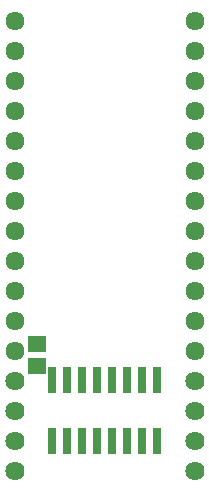
<source format=gts>
G75*
G70*
%OFA0B0*%
%FSLAX24Y24*%
%IPPOS*%
%LPD*%
%AMOC8*
5,1,8,0,0,1.08239X$1,22.5*
%
%ADD10C,0.0634*%
%ADD11R,0.0276X0.0906*%
%ADD12C,0.0640*%
%ADD13R,0.0631X0.0552*%
D10*
X001680Y005264D03*
X001680Y006264D03*
X001680Y007264D03*
X001680Y008264D03*
X001680Y009264D03*
X001680Y010264D03*
X001680Y011264D03*
X001680Y012264D03*
X001680Y013264D03*
X001680Y014264D03*
X001680Y015264D03*
X001680Y016264D03*
X007680Y016264D03*
X007680Y015264D03*
X007680Y014264D03*
X007680Y013264D03*
X007680Y012264D03*
X007680Y011264D03*
X007680Y010264D03*
X007680Y009264D03*
X007680Y008264D03*
X007680Y007264D03*
X007680Y006264D03*
X007680Y005264D03*
D11*
X006430Y004287D03*
X005930Y004287D03*
X005430Y004287D03*
X004930Y004287D03*
X004430Y004287D03*
X003930Y004287D03*
X003430Y004287D03*
X002930Y004287D03*
X002930Y002240D03*
X003430Y002240D03*
X003930Y002240D03*
X004430Y002240D03*
X004930Y002240D03*
X005430Y002240D03*
X005930Y002240D03*
X006430Y002240D03*
D12*
X001680Y001264D03*
X001680Y002264D03*
X001680Y003264D03*
X001680Y004264D03*
X007680Y004264D03*
X007680Y003264D03*
X007680Y002264D03*
X007680Y001264D03*
D13*
X002430Y004740D03*
X002430Y005488D03*
M02*

</source>
